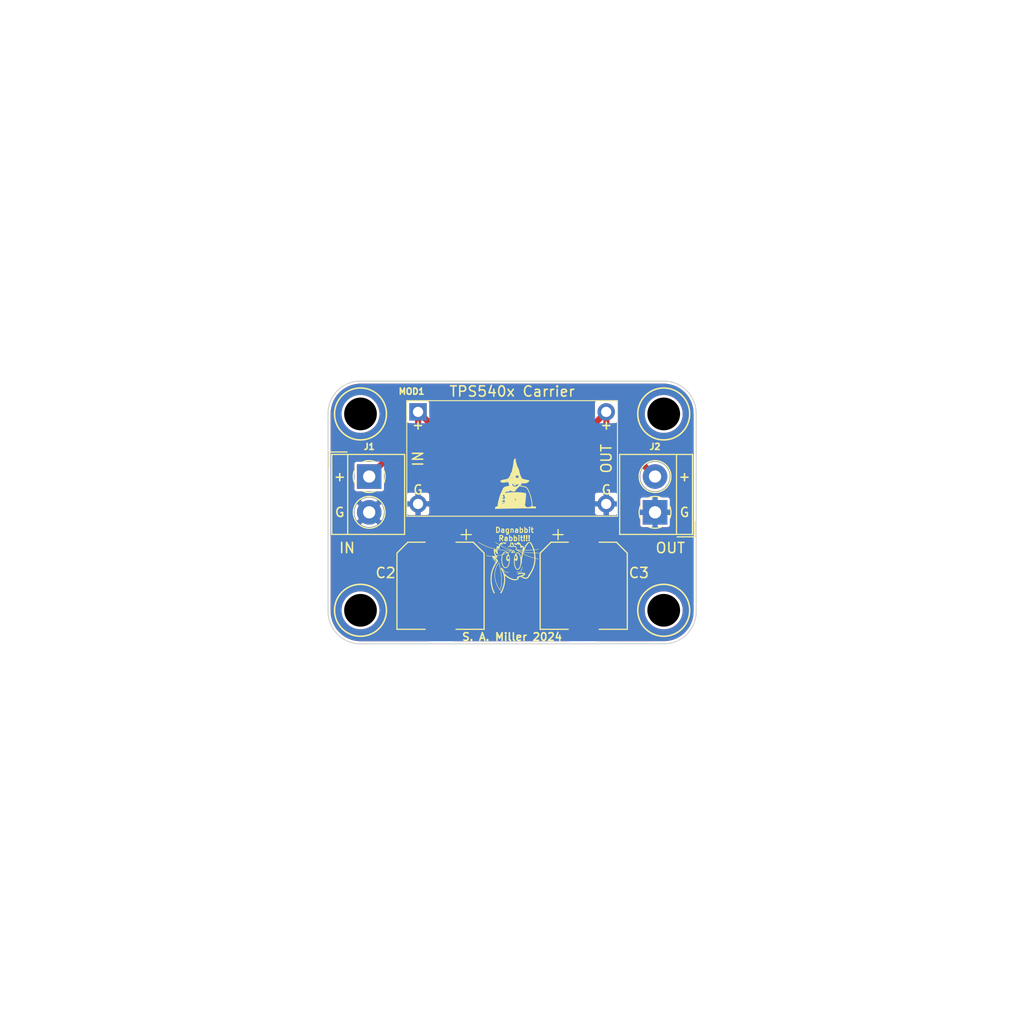
<source format=kicad_pcb>
(kicad_pcb (version 20211014) (generator pcbnew)
  (layers (0 "F.Cu" signal) (31 "B.Cu" signal) (34 "B.Paste" user) (35 "F.Paste" user) (36 "B.SilkS" user "B.Silkscreen") (37 "F.SilkS" user "F.Silkscreen") (38 "B.Mask" user) (39 "F.Mask" user) (44 "Edge.Cuts" user))
  (net 0 "")
  (net 1 "Vin")
  (net 2 "GND")
  (net 3 "Vout")
  (footprint "Tinker:TPS540xMOD" (layer "F.Cu") (at 90.8 90.2)
    (fp_text reference "MOD1" (at -0.63 -2 unlocked) (layer "F.SilkS") (effects (font (size 0.6 0.6))))
    (fp_text value "TPS540xMOD")
    (fp_text user "+" (at 0 1.27) (layer "F.SilkS") (effects (font (size 0.9 0.9))))
    (fp_text user "G" (at 18.415 7.62) (layer "F.SilkS") (effects (font (size 0.9 0.9))))
    (fp_text user "IN" (at 0 4.575 -90) (layer "F.SilkS"))
    (fp_text user "OUT" (at 18.415 4.575 90) (layer "F.SilkS"))
    (fp_text user "+" (at 18.415 1.27) (layer "F.SilkS") (effects (font (size 0.9 0.9))))
    (fp_text user "G" (at 0 7.62) (layer "F.SilkS") (effects (font (size 0.9 0.9))))
    (pad "1" thru_hole rect (at 0 0) (size 1.7 1.7) (drill 1) (layers *.Cu *.Mask) (net 1 "Vin"))
    (pad "2" thru_hole circle (at 18.4 0) (size 1.7 1.7) (drill 1) (layers *.Cu *.Mask) (net 3 "Vout"))
    (pad "3" thru_hole circle (at 0 9) (size 1.7 1.7) (drill 1) (layers *.Cu *.Mask) (net 2 "GND"))
    (pad "4" thru_hole circle (at 18.4 9) (size 1.7 1.7) (drill 1) (layers *.Cu *.Mask) (net 2 "GND"))
  )
  (footprint "Tinker:NerdMage" (layer "F.Cu") (at 100.33 97.155)
    (fp_text reference "G***" hide)
    (fp_text value "LOGO" hide)
  )
  (footprint "TerminalBlock_4Ucon:TerminalBlock_4Ucon_1x02_P3.50mm_Horizontal" (layer "F.Cu") (at 113.975 100.02 90)
    (fp_text reference "J2" (at 6.42 0) (layer "F.SilkS") (effects (font (size 0.6 0.6))))
    (fp_text value "Output")
    (pad "1" thru_hole rect (at 0 0 90) (size 2.4 2.4) (drill 1.2) (layers *.Cu *.Mask) (net 2 "GND"))
    (pad "2" thru_hole circle (at 3.5 0 90) (size 2.4 2.4) (drill 1.2) (layers *.Cu *.Mask) (net 3 "Vout"))
  )
  (footprint "Tinker:Mount" (layer "F.Cu") (at 114.825 109.6)
    (fp_text reference "REF**" hide)
    (fp_text value "Mount" hide)
    (pad "" np_thru_hole circle (at 0 0) (size 3.2 3.2) (drill 3.2) (layers *.Mask))
  )
  (footprint "Tinker:Mount" (layer "F.Cu") (at 85.175 90.4)
    (fp_text reference "REF**" hide)
    (fp_text value "Mount" hide)
    (pad "" np_thru_hole circle (at 0 0) (size 3.2 3.2) (drill 3.2) (layers *.Mask))
  )
  (footprint "Tinker:Mount" (layer "F.Cu") (at 85.175 109.6)
    (fp_text reference "REF**" hide)
    (fp_text value "Mount" hide)
    (pad "" np_thru_hole circle (at 0 0) (size 3.2 3.2) (drill 3.2) (layers *.Mask))
  )
  (footprint "Capacitor_SMD:CP_Elec_8x10" (layer "F.Cu") (at 107 107.2 -90)
    (fp_text reference "C3" (at -1.255 -5.395 180) (layer "F.SilkS"))
    (fp_text value "330uF")
    (pad "1" smd roundrect (at -3.25 0 270) (size 3.5 2.5) (layers "F.Cu" "F.Paste" "F.Mask") (roundrect_rratio 0.1) (net 3 "Vout"))
    (pad "2" smd roundrect (at 3.25 0 270) (size 3.5 2.5) (layers "F.Cu" "F.Paste" "F.Mask") (roundrect_rratio 0.1) (net 2 "GND"))
  )
  (footprint "Tinker:DagNabbit" (layer "F.Cu") (at 99.9 104.8 180)
    (fp_text reference "REF**" hide)
    (fp_text value "DagNabbit" hide)
    (fp_text user "Dagnabbit\nRabbit!!!" (at -0.331667 2.64) (layer "F.SilkS") (effects (font (size 0.5 0.5) (thickness 0.1))))
  )
  (footprint "Capacitor_SMD:CP_Elec_8x10" (layer "F.Cu") (at 93 107.2 -90)
    (fp_text reference "C2" (at -1.255 5.37 180) (layer "F.SilkS"))
    (fp_text value "330uF")
    (pad "1" smd roundrect (at -3.25 0 270) (size 3.5 2.5) (layers "F.Cu" "F.Paste" "F.Mask") (roundrect_rratio 0.1) (net 1 "Vin"))
    (pad "2" smd roundrect (at 3.25 0 270) (size 3.5 2.5) (layers "F.Cu" "F.Paste" "F.Mask") (roundrect_rratio 0.1) (net 2 "GND"))
  )
  (footprint "TerminalBlock_4Ucon:TerminalBlock_4Ucon_1x02_P3.50mm_Horizontal" (layer "F.Cu") (at 86.025 96.52 -90)
    (fp_text reference "J1" (at -2.92 0) (layer "F.SilkS") (effects (font (size 0.6 0.6))))
    (fp_text value "Input")
    (pad "1" thru_hole rect (at 0 0 270) (size 2.4 2.4) (drill 1.2) (layers *.Cu *.Mask) (net 1 "Vin"))
    (pad "2" thru_hole circle (at 3.5 0 270) (size 2.4 2.4) (drill 1.2) (layers *.Cu *.Mask) (net 2 "GND"))
  )
  (footprint "Tinker:Mount" (layer "F.Cu") (at 114.825 90.4)
    (fp_text reference "REF**" hide)
    (fp_text value "Mount" hide)
    (pad "" np_thru_hole circle (at 0 0) (size 3.2 3.2) (drill 3.2) (layers *.Mask))
  )
  (gr_line (start 118 109.6958) (end 118 90.36) (layer "Edge.Cuts") (width 0.1))
  (gr_line (start 85.175 112.879936) (end 114.825 112.8708) (layer "Edge.Cuts") (width 0.1))
  (gr_arc (start 85.175 112.879936) (mid 82.929936 111.95) (end 82 109.704936) (layer "Edge.Cuts") (width 0.1))
  (gr_line (start 82 90.36) (end 82 109.704936) (layer "Edge.Cuts") (width 0.1))
  (gr_arc (start 82 90.36) (mid 82.929936 88.114936) (end 85.175 87.185) (layer "Edge.Cuts") (width 0.1))
  (gr_arc (start 114.825 87.185) (mid 117.070064 88.114936) (end 118 90.36) (layer "Edge.Cuts") (width 0.1))
  (gr_line (start 114.825 87.185) (end 85.175 87.185) (layer "Edge.Cuts") (width 0.1))
  (gr_arc (start 118 109.6958) (mid 117.0792 111.95) (end 114.825 112.8708) (layer "Edge.Cuts") (width 0.1))
  (gr_text "TPS540x Carrier" (at 100 88.2) (layer "F.SilkS") (effects (font (size 1 1))))
  (gr_text "IN" (at 83 103.505) (layer "F.SilkS") (effects (font (size 1 1)) (justify left)))
  (gr_text "+" (at 116.855 96.52) (layer "F.SilkS") (effects (font (size 0.9 0.9))))
  (gr_text "S. A. Miller 2024" (at 100 112.2) (layer "F.SilkS") (effects (font (size 0.75 0.75))))
  (gr_text "G" (at 116.855 100.02) (layer "F.SilkS") (effects (font (size 0.9 0.9))))
  (gr_text "+" (at 83.145 96.52) (layer "F.SilkS") (effects (font (size 0.9 0.9))))
  (gr_text "G" (at 83.145 100.02) (layer "F.SilkS") (effects (font (size 0.9 0.9))))
  (gr_text "OUT" (at 117 103.505) (layer "F.SilkS") (effects (font (size 1 1)) (justify right)))
  (segment (start 90.805 91.74) (end 86.025 96.52) (width 0.6) (layer "F.Cu") (net 1))
  (segment (start 90.805 90.17) (end 93 92.365) (width 0.6) (layer "F.Cu") (net 1))
  (segment (start 93 92.365) (end 93 103.95) (width 0.6) (layer "F.Cu") (net 1))
  (segment (start 90.805 90.17) (end 90.805 91.74) (width 0.6) (layer "F.Cu") (net 1))
  (segment (start 109.22 90.2) (end 109.22 91.765) (width 0.6) (layer "F.Cu") (net 3))
  (segment (start 109.22 91.765) (end 113.975 96.52) (width 0.6) (layer "F.Cu") (net 3))
  (segment (start 109.22 90.2) (end 107 92.42) (width 0.6) (layer "F.Cu") (net 3))
  (segment (start 107 92.42) (end 107 103.95) (width 0.6) (layer "F.Cu") (net 3))
  (zone (net 2) (net_name "GND") (layer "F.Cu") (connect_pads (clearance 0.254)) (min_thickness 0.254) (fill yes (thermal_gap 0.254) (thermal_bridge_width 0.508))
    (polygon (pts (xy 118.4467 113.22) (xy 81.6167 113.22) (xy 81.6167 86.55) (xy 118.4467 86.55)))
  )
  (zone (net 2) (net_name "GND") (layer "B.Cu") (connect_pads (clearance 0.254)) (min_thickness 0.254) (fill yes (thermal_gap 0.254) (thermal_bridge_width 0.508))
    (polygon (pts (xy 118.4467 113.22) (xy 81.6167 113.22) (xy 81.6167 86.55) (xy 118.4467 86.55)))
  )
)
</source>
